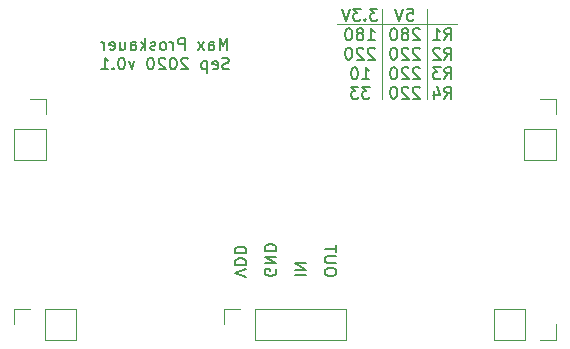
<source format=gbr>
G04 #@! TF.GenerationSoftware,KiCad,Pcbnew,(5.0.0)*
G04 #@! TF.CreationDate,2020-09-09T22:39:45-04:00*
G04 #@! TF.ProjectId,breadboard_midi,6272656164626F6172645F6D6964692E,rev?*
G04 #@! TF.SameCoordinates,Original*
G04 #@! TF.FileFunction,Legend,Bot*
G04 #@! TF.FilePolarity,Positive*
%FSLAX46Y46*%
G04 Gerber Fmt 4.6, Leading zero omitted, Abs format (unit mm)*
G04 Created by KiCad (PCBNEW (5.0.0)) date 09/09/20 22:39:45*
%MOMM*%
%LPD*%
G01*
G04 APERTURE LIST*
%ADD10C,0.150000*%
%ADD11C,0.120000*%
G04 APERTURE END LIST*
D10*
X152947619Y-109963928D02*
X152947619Y-109773452D01*
X152900000Y-109678214D01*
X152804761Y-109582976D01*
X152614285Y-109535357D01*
X152280952Y-109535357D01*
X152090476Y-109582976D01*
X151995238Y-109678214D01*
X151947619Y-109773452D01*
X151947619Y-109963928D01*
X151995238Y-110059166D01*
X152090476Y-110154404D01*
X152280952Y-110202023D01*
X152614285Y-110202023D01*
X152804761Y-110154404D01*
X152900000Y-110059166D01*
X152947619Y-109963928D01*
X152947619Y-109106785D02*
X152138095Y-109106785D01*
X152042857Y-109059166D01*
X151995238Y-109011547D01*
X151947619Y-108916309D01*
X151947619Y-108725833D01*
X151995238Y-108630595D01*
X152042857Y-108582976D01*
X152138095Y-108535357D01*
X152947619Y-108535357D01*
X152947619Y-108202023D02*
X152947619Y-107630595D01*
X151947619Y-107916309D02*
X152947619Y-107916309D01*
X149407619Y-110154404D02*
X150407619Y-110154404D01*
X149407619Y-109678214D02*
X150407619Y-109678214D01*
X149407619Y-109106785D01*
X150407619Y-109106785D01*
X147820000Y-109630595D02*
X147867619Y-109725833D01*
X147867619Y-109868690D01*
X147820000Y-110011547D01*
X147724761Y-110106785D01*
X147629523Y-110154404D01*
X147439047Y-110202023D01*
X147296190Y-110202023D01*
X147105714Y-110154404D01*
X147010476Y-110106785D01*
X146915238Y-110011547D01*
X146867619Y-109868690D01*
X146867619Y-109773452D01*
X146915238Y-109630595D01*
X146962857Y-109582976D01*
X147296190Y-109582976D01*
X147296190Y-109773452D01*
X146867619Y-109154404D02*
X147867619Y-109154404D01*
X146867619Y-108582976D01*
X147867619Y-108582976D01*
X146867619Y-108106785D02*
X147867619Y-108106785D01*
X147867619Y-107868690D01*
X147820000Y-107725833D01*
X147724761Y-107630595D01*
X147629523Y-107582976D01*
X147439047Y-107535357D01*
X147296190Y-107535357D01*
X147105714Y-107582976D01*
X147010476Y-107630595D01*
X146915238Y-107725833D01*
X146867619Y-107868690D01*
X146867619Y-108106785D01*
X145327619Y-110297261D02*
X144327619Y-109963928D01*
X145327619Y-109630595D01*
X144327619Y-109297261D02*
X145327619Y-109297261D01*
X145327619Y-109059166D01*
X145280000Y-108916309D01*
X145184761Y-108821071D01*
X145089523Y-108773452D01*
X144899047Y-108725833D01*
X144756190Y-108725833D01*
X144565714Y-108773452D01*
X144470476Y-108821071D01*
X144375238Y-108916309D01*
X144327619Y-109059166D01*
X144327619Y-109297261D01*
X144327619Y-108297261D02*
X145327619Y-108297261D01*
X145327619Y-108059166D01*
X145280000Y-107916309D01*
X145184761Y-107821071D01*
X145089523Y-107773452D01*
X144899047Y-107725833D01*
X144756190Y-107725833D01*
X144565714Y-107773452D01*
X144470476Y-107821071D01*
X144375238Y-107916309D01*
X144327619Y-108059166D01*
X144327619Y-108297261D01*
X143715714Y-91067380D02*
X143715714Y-90067380D01*
X143382380Y-90781666D01*
X143049047Y-90067380D01*
X143049047Y-91067380D01*
X142144285Y-91067380D02*
X142144285Y-90543571D01*
X142191904Y-90448333D01*
X142287142Y-90400714D01*
X142477619Y-90400714D01*
X142572857Y-90448333D01*
X142144285Y-91019761D02*
X142239523Y-91067380D01*
X142477619Y-91067380D01*
X142572857Y-91019761D01*
X142620476Y-90924523D01*
X142620476Y-90829285D01*
X142572857Y-90734047D01*
X142477619Y-90686428D01*
X142239523Y-90686428D01*
X142144285Y-90638809D01*
X141763333Y-91067380D02*
X141239523Y-90400714D01*
X141763333Y-90400714D02*
X141239523Y-91067380D01*
X140096666Y-91067380D02*
X140096666Y-90067380D01*
X139715714Y-90067380D01*
X139620476Y-90115000D01*
X139572857Y-90162619D01*
X139525238Y-90257857D01*
X139525238Y-90400714D01*
X139572857Y-90495952D01*
X139620476Y-90543571D01*
X139715714Y-90591190D01*
X140096666Y-90591190D01*
X139096666Y-91067380D02*
X139096666Y-90400714D01*
X139096666Y-90591190D02*
X139049047Y-90495952D01*
X139001428Y-90448333D01*
X138906190Y-90400714D01*
X138810952Y-90400714D01*
X138334761Y-91067380D02*
X138430000Y-91019761D01*
X138477619Y-90972142D01*
X138525238Y-90876904D01*
X138525238Y-90591190D01*
X138477619Y-90495952D01*
X138430000Y-90448333D01*
X138334761Y-90400714D01*
X138191904Y-90400714D01*
X138096666Y-90448333D01*
X138049047Y-90495952D01*
X138001428Y-90591190D01*
X138001428Y-90876904D01*
X138049047Y-90972142D01*
X138096666Y-91019761D01*
X138191904Y-91067380D01*
X138334761Y-91067380D01*
X137620476Y-91019761D02*
X137525238Y-91067380D01*
X137334761Y-91067380D01*
X137239523Y-91019761D01*
X137191904Y-90924523D01*
X137191904Y-90876904D01*
X137239523Y-90781666D01*
X137334761Y-90734047D01*
X137477619Y-90734047D01*
X137572857Y-90686428D01*
X137620476Y-90591190D01*
X137620476Y-90543571D01*
X137572857Y-90448333D01*
X137477619Y-90400714D01*
X137334761Y-90400714D01*
X137239523Y-90448333D01*
X136763333Y-91067380D02*
X136763333Y-90067380D01*
X136668095Y-90686428D02*
X136382380Y-91067380D01*
X136382380Y-90400714D02*
X136763333Y-90781666D01*
X135525238Y-91067380D02*
X135525238Y-90543571D01*
X135572857Y-90448333D01*
X135668095Y-90400714D01*
X135858571Y-90400714D01*
X135953809Y-90448333D01*
X135525238Y-91019761D02*
X135620476Y-91067380D01*
X135858571Y-91067380D01*
X135953809Y-91019761D01*
X136001428Y-90924523D01*
X136001428Y-90829285D01*
X135953809Y-90734047D01*
X135858571Y-90686428D01*
X135620476Y-90686428D01*
X135525238Y-90638809D01*
X134620476Y-90400714D02*
X134620476Y-91067380D01*
X135049047Y-90400714D02*
X135049047Y-90924523D01*
X135001428Y-91019761D01*
X134906190Y-91067380D01*
X134763333Y-91067380D01*
X134668095Y-91019761D01*
X134620476Y-90972142D01*
X133763333Y-91019761D02*
X133858571Y-91067380D01*
X134049047Y-91067380D01*
X134144285Y-91019761D01*
X134191904Y-90924523D01*
X134191904Y-90543571D01*
X134144285Y-90448333D01*
X134049047Y-90400714D01*
X133858571Y-90400714D01*
X133763333Y-90448333D01*
X133715714Y-90543571D01*
X133715714Y-90638809D01*
X134191904Y-90734047D01*
X133287142Y-91067380D02*
X133287142Y-90400714D01*
X133287142Y-90591190D02*
X133239523Y-90495952D01*
X133191904Y-90448333D01*
X133096666Y-90400714D01*
X133001428Y-90400714D01*
X143834761Y-92669761D02*
X143691904Y-92717380D01*
X143453809Y-92717380D01*
X143358571Y-92669761D01*
X143310952Y-92622142D01*
X143263333Y-92526904D01*
X143263333Y-92431666D01*
X143310952Y-92336428D01*
X143358571Y-92288809D01*
X143453809Y-92241190D01*
X143644285Y-92193571D01*
X143739523Y-92145952D01*
X143787142Y-92098333D01*
X143834761Y-92003095D01*
X143834761Y-91907857D01*
X143787142Y-91812619D01*
X143739523Y-91765000D01*
X143644285Y-91717380D01*
X143406190Y-91717380D01*
X143263333Y-91765000D01*
X142453809Y-92669761D02*
X142549047Y-92717380D01*
X142739523Y-92717380D01*
X142834761Y-92669761D01*
X142882380Y-92574523D01*
X142882380Y-92193571D01*
X142834761Y-92098333D01*
X142739523Y-92050714D01*
X142549047Y-92050714D01*
X142453809Y-92098333D01*
X142406190Y-92193571D01*
X142406190Y-92288809D01*
X142882380Y-92384047D01*
X141977619Y-92050714D02*
X141977619Y-93050714D01*
X141977619Y-92098333D02*
X141882380Y-92050714D01*
X141691904Y-92050714D01*
X141596666Y-92098333D01*
X141549047Y-92145952D01*
X141501428Y-92241190D01*
X141501428Y-92526904D01*
X141549047Y-92622142D01*
X141596666Y-92669761D01*
X141691904Y-92717380D01*
X141882380Y-92717380D01*
X141977619Y-92669761D01*
X140358571Y-91812619D02*
X140310952Y-91765000D01*
X140215714Y-91717380D01*
X139977619Y-91717380D01*
X139882380Y-91765000D01*
X139834761Y-91812619D01*
X139787142Y-91907857D01*
X139787142Y-92003095D01*
X139834761Y-92145952D01*
X140406190Y-92717380D01*
X139787142Y-92717380D01*
X139168095Y-91717380D02*
X139072857Y-91717380D01*
X138977619Y-91765000D01*
X138930000Y-91812619D01*
X138882380Y-91907857D01*
X138834761Y-92098333D01*
X138834761Y-92336428D01*
X138882380Y-92526904D01*
X138930000Y-92622142D01*
X138977619Y-92669761D01*
X139072857Y-92717380D01*
X139168095Y-92717380D01*
X139263333Y-92669761D01*
X139310952Y-92622142D01*
X139358571Y-92526904D01*
X139406190Y-92336428D01*
X139406190Y-92098333D01*
X139358571Y-91907857D01*
X139310952Y-91812619D01*
X139263333Y-91765000D01*
X139168095Y-91717380D01*
X138453809Y-91812619D02*
X138406190Y-91765000D01*
X138310952Y-91717380D01*
X138072857Y-91717380D01*
X137977619Y-91765000D01*
X137930000Y-91812619D01*
X137882380Y-91907857D01*
X137882380Y-92003095D01*
X137930000Y-92145952D01*
X138501428Y-92717380D01*
X137882380Y-92717380D01*
X137263333Y-91717380D02*
X137168095Y-91717380D01*
X137072857Y-91765000D01*
X137025238Y-91812619D01*
X136977619Y-91907857D01*
X136930000Y-92098333D01*
X136930000Y-92336428D01*
X136977619Y-92526904D01*
X137025238Y-92622142D01*
X137072857Y-92669761D01*
X137168095Y-92717380D01*
X137263333Y-92717380D01*
X137358571Y-92669761D01*
X137406190Y-92622142D01*
X137453809Y-92526904D01*
X137501428Y-92336428D01*
X137501428Y-92098333D01*
X137453809Y-91907857D01*
X137406190Y-91812619D01*
X137358571Y-91765000D01*
X137263333Y-91717380D01*
X135834761Y-92050714D02*
X135596666Y-92717380D01*
X135358571Y-92050714D01*
X134787142Y-91717380D02*
X134691904Y-91717380D01*
X134596666Y-91765000D01*
X134549047Y-91812619D01*
X134501428Y-91907857D01*
X134453809Y-92098333D01*
X134453809Y-92336428D01*
X134501428Y-92526904D01*
X134549047Y-92622142D01*
X134596666Y-92669761D01*
X134691904Y-92717380D01*
X134787142Y-92717380D01*
X134882380Y-92669761D01*
X134930000Y-92622142D01*
X134977619Y-92526904D01*
X135025238Y-92336428D01*
X135025238Y-92098333D01*
X134977619Y-91907857D01*
X134930000Y-91812619D01*
X134882380Y-91765000D01*
X134787142Y-91717380D01*
X134025238Y-92622142D02*
X133977619Y-92669761D01*
X134025238Y-92717380D01*
X134072857Y-92669761D01*
X134025238Y-92622142D01*
X134025238Y-92717380D01*
X133025238Y-92717380D02*
X133596666Y-92717380D01*
X133310952Y-92717380D02*
X133310952Y-91717380D01*
X133406190Y-91860238D01*
X133501428Y-91955476D01*
X133596666Y-92003095D01*
D11*
X156845000Y-87630000D02*
X156845000Y-95250000D01*
X160655000Y-95250000D02*
X160655000Y-87630000D01*
X153035000Y-88900000D02*
X163195000Y-88900000D01*
D10*
X156416190Y-87592380D02*
X155797142Y-87592380D01*
X156130476Y-87973333D01*
X155987619Y-87973333D01*
X155892380Y-88020952D01*
X155844761Y-88068571D01*
X155797142Y-88163809D01*
X155797142Y-88401904D01*
X155844761Y-88497142D01*
X155892380Y-88544761D01*
X155987619Y-88592380D01*
X156273333Y-88592380D01*
X156368571Y-88544761D01*
X156416190Y-88497142D01*
X155368571Y-88497142D02*
X155320952Y-88544761D01*
X155368571Y-88592380D01*
X155416190Y-88544761D01*
X155368571Y-88497142D01*
X155368571Y-88592380D01*
X154987619Y-87592380D02*
X154368571Y-87592380D01*
X154701904Y-87973333D01*
X154559047Y-87973333D01*
X154463809Y-88020952D01*
X154416190Y-88068571D01*
X154368571Y-88163809D01*
X154368571Y-88401904D01*
X154416190Y-88497142D01*
X154463809Y-88544761D01*
X154559047Y-88592380D01*
X154844761Y-88592380D01*
X154940000Y-88544761D01*
X154987619Y-88497142D01*
X154082857Y-87592380D02*
X153749523Y-88592380D01*
X153416190Y-87592380D01*
X155606666Y-90242380D02*
X156178095Y-90242380D01*
X155892380Y-90242380D02*
X155892380Y-89242380D01*
X155987619Y-89385238D01*
X156082857Y-89480476D01*
X156178095Y-89528095D01*
X155035238Y-89670952D02*
X155130476Y-89623333D01*
X155178095Y-89575714D01*
X155225714Y-89480476D01*
X155225714Y-89432857D01*
X155178095Y-89337619D01*
X155130476Y-89290000D01*
X155035238Y-89242380D01*
X154844761Y-89242380D01*
X154749523Y-89290000D01*
X154701904Y-89337619D01*
X154654285Y-89432857D01*
X154654285Y-89480476D01*
X154701904Y-89575714D01*
X154749523Y-89623333D01*
X154844761Y-89670952D01*
X155035238Y-89670952D01*
X155130476Y-89718571D01*
X155178095Y-89766190D01*
X155225714Y-89861428D01*
X155225714Y-90051904D01*
X155178095Y-90147142D01*
X155130476Y-90194761D01*
X155035238Y-90242380D01*
X154844761Y-90242380D01*
X154749523Y-90194761D01*
X154701904Y-90147142D01*
X154654285Y-90051904D01*
X154654285Y-89861428D01*
X154701904Y-89766190D01*
X154749523Y-89718571D01*
X154844761Y-89670952D01*
X154035238Y-89242380D02*
X153940000Y-89242380D01*
X153844761Y-89290000D01*
X153797142Y-89337619D01*
X153749523Y-89432857D01*
X153701904Y-89623333D01*
X153701904Y-89861428D01*
X153749523Y-90051904D01*
X153797142Y-90147142D01*
X153844761Y-90194761D01*
X153940000Y-90242380D01*
X154035238Y-90242380D01*
X154130476Y-90194761D01*
X154178095Y-90147142D01*
X154225714Y-90051904D01*
X154273333Y-89861428D01*
X154273333Y-89623333D01*
X154225714Y-89432857D01*
X154178095Y-89337619D01*
X154130476Y-89290000D01*
X154035238Y-89242380D01*
X156178095Y-90987619D02*
X156130476Y-90940000D01*
X156035238Y-90892380D01*
X155797142Y-90892380D01*
X155701904Y-90940000D01*
X155654285Y-90987619D01*
X155606666Y-91082857D01*
X155606666Y-91178095D01*
X155654285Y-91320952D01*
X156225714Y-91892380D01*
X155606666Y-91892380D01*
X155225714Y-90987619D02*
X155178095Y-90940000D01*
X155082857Y-90892380D01*
X154844761Y-90892380D01*
X154749523Y-90940000D01*
X154701904Y-90987619D01*
X154654285Y-91082857D01*
X154654285Y-91178095D01*
X154701904Y-91320952D01*
X155273333Y-91892380D01*
X154654285Y-91892380D01*
X154035238Y-90892380D02*
X153940000Y-90892380D01*
X153844761Y-90940000D01*
X153797142Y-90987619D01*
X153749523Y-91082857D01*
X153701904Y-91273333D01*
X153701904Y-91511428D01*
X153749523Y-91701904D01*
X153797142Y-91797142D01*
X153844761Y-91844761D01*
X153940000Y-91892380D01*
X154035238Y-91892380D01*
X154130476Y-91844761D01*
X154178095Y-91797142D01*
X154225714Y-91701904D01*
X154273333Y-91511428D01*
X154273333Y-91273333D01*
X154225714Y-91082857D01*
X154178095Y-90987619D01*
X154130476Y-90940000D01*
X154035238Y-90892380D01*
X155130476Y-93542380D02*
X155701904Y-93542380D01*
X155416190Y-93542380D02*
X155416190Y-92542380D01*
X155511428Y-92685238D01*
X155606666Y-92780476D01*
X155701904Y-92828095D01*
X154511428Y-92542380D02*
X154416190Y-92542380D01*
X154320952Y-92590000D01*
X154273333Y-92637619D01*
X154225714Y-92732857D01*
X154178095Y-92923333D01*
X154178095Y-93161428D01*
X154225714Y-93351904D01*
X154273333Y-93447142D01*
X154320952Y-93494761D01*
X154416190Y-93542380D01*
X154511428Y-93542380D01*
X154606666Y-93494761D01*
X154654285Y-93447142D01*
X154701904Y-93351904D01*
X154749523Y-93161428D01*
X154749523Y-92923333D01*
X154701904Y-92732857D01*
X154654285Y-92637619D01*
X154606666Y-92590000D01*
X154511428Y-92542380D01*
X155749523Y-94192380D02*
X155130476Y-94192380D01*
X155463809Y-94573333D01*
X155320952Y-94573333D01*
X155225714Y-94620952D01*
X155178095Y-94668571D01*
X155130476Y-94763809D01*
X155130476Y-95001904D01*
X155178095Y-95097142D01*
X155225714Y-95144761D01*
X155320952Y-95192380D01*
X155606666Y-95192380D01*
X155701904Y-95144761D01*
X155749523Y-95097142D01*
X154797142Y-94192380D02*
X154178095Y-94192380D01*
X154511428Y-94573333D01*
X154368571Y-94573333D01*
X154273333Y-94620952D01*
X154225714Y-94668571D01*
X154178095Y-94763809D01*
X154178095Y-95001904D01*
X154225714Y-95097142D01*
X154273333Y-95144761D01*
X154368571Y-95192380D01*
X154654285Y-95192380D01*
X154749523Y-95144761D01*
X154797142Y-95097142D01*
X158940476Y-87592380D02*
X159416666Y-87592380D01*
X159464285Y-88068571D01*
X159416666Y-88020952D01*
X159321428Y-87973333D01*
X159083333Y-87973333D01*
X158988095Y-88020952D01*
X158940476Y-88068571D01*
X158892857Y-88163809D01*
X158892857Y-88401904D01*
X158940476Y-88497142D01*
X158988095Y-88544761D01*
X159083333Y-88592380D01*
X159321428Y-88592380D01*
X159416666Y-88544761D01*
X159464285Y-88497142D01*
X158607142Y-87592380D02*
X158273809Y-88592380D01*
X157940476Y-87592380D01*
X159988095Y-89337619D02*
X159940476Y-89290000D01*
X159845238Y-89242380D01*
X159607142Y-89242380D01*
X159511904Y-89290000D01*
X159464285Y-89337619D01*
X159416666Y-89432857D01*
X159416666Y-89528095D01*
X159464285Y-89670952D01*
X160035714Y-90242380D01*
X159416666Y-90242380D01*
X158845238Y-89670952D02*
X158940476Y-89623333D01*
X158988095Y-89575714D01*
X159035714Y-89480476D01*
X159035714Y-89432857D01*
X158988095Y-89337619D01*
X158940476Y-89290000D01*
X158845238Y-89242380D01*
X158654761Y-89242380D01*
X158559523Y-89290000D01*
X158511904Y-89337619D01*
X158464285Y-89432857D01*
X158464285Y-89480476D01*
X158511904Y-89575714D01*
X158559523Y-89623333D01*
X158654761Y-89670952D01*
X158845238Y-89670952D01*
X158940476Y-89718571D01*
X158988095Y-89766190D01*
X159035714Y-89861428D01*
X159035714Y-90051904D01*
X158988095Y-90147142D01*
X158940476Y-90194761D01*
X158845238Y-90242380D01*
X158654761Y-90242380D01*
X158559523Y-90194761D01*
X158511904Y-90147142D01*
X158464285Y-90051904D01*
X158464285Y-89861428D01*
X158511904Y-89766190D01*
X158559523Y-89718571D01*
X158654761Y-89670952D01*
X157845238Y-89242380D02*
X157750000Y-89242380D01*
X157654761Y-89290000D01*
X157607142Y-89337619D01*
X157559523Y-89432857D01*
X157511904Y-89623333D01*
X157511904Y-89861428D01*
X157559523Y-90051904D01*
X157607142Y-90147142D01*
X157654761Y-90194761D01*
X157750000Y-90242380D01*
X157845238Y-90242380D01*
X157940476Y-90194761D01*
X157988095Y-90147142D01*
X158035714Y-90051904D01*
X158083333Y-89861428D01*
X158083333Y-89623333D01*
X158035714Y-89432857D01*
X157988095Y-89337619D01*
X157940476Y-89290000D01*
X157845238Y-89242380D01*
X159988095Y-90987619D02*
X159940476Y-90940000D01*
X159845238Y-90892380D01*
X159607142Y-90892380D01*
X159511904Y-90940000D01*
X159464285Y-90987619D01*
X159416666Y-91082857D01*
X159416666Y-91178095D01*
X159464285Y-91320952D01*
X160035714Y-91892380D01*
X159416666Y-91892380D01*
X159035714Y-90987619D02*
X158988095Y-90940000D01*
X158892857Y-90892380D01*
X158654761Y-90892380D01*
X158559523Y-90940000D01*
X158511904Y-90987619D01*
X158464285Y-91082857D01*
X158464285Y-91178095D01*
X158511904Y-91320952D01*
X159083333Y-91892380D01*
X158464285Y-91892380D01*
X157845238Y-90892380D02*
X157750000Y-90892380D01*
X157654761Y-90940000D01*
X157607142Y-90987619D01*
X157559523Y-91082857D01*
X157511904Y-91273333D01*
X157511904Y-91511428D01*
X157559523Y-91701904D01*
X157607142Y-91797142D01*
X157654761Y-91844761D01*
X157750000Y-91892380D01*
X157845238Y-91892380D01*
X157940476Y-91844761D01*
X157988095Y-91797142D01*
X158035714Y-91701904D01*
X158083333Y-91511428D01*
X158083333Y-91273333D01*
X158035714Y-91082857D01*
X157988095Y-90987619D01*
X157940476Y-90940000D01*
X157845238Y-90892380D01*
X159988095Y-92637619D02*
X159940476Y-92590000D01*
X159845238Y-92542380D01*
X159607142Y-92542380D01*
X159511904Y-92590000D01*
X159464285Y-92637619D01*
X159416666Y-92732857D01*
X159416666Y-92828095D01*
X159464285Y-92970952D01*
X160035714Y-93542380D01*
X159416666Y-93542380D01*
X159035714Y-92637619D02*
X158988095Y-92590000D01*
X158892857Y-92542380D01*
X158654761Y-92542380D01*
X158559523Y-92590000D01*
X158511904Y-92637619D01*
X158464285Y-92732857D01*
X158464285Y-92828095D01*
X158511904Y-92970952D01*
X159083333Y-93542380D01*
X158464285Y-93542380D01*
X157845238Y-92542380D02*
X157750000Y-92542380D01*
X157654761Y-92590000D01*
X157607142Y-92637619D01*
X157559523Y-92732857D01*
X157511904Y-92923333D01*
X157511904Y-93161428D01*
X157559523Y-93351904D01*
X157607142Y-93447142D01*
X157654761Y-93494761D01*
X157750000Y-93542380D01*
X157845238Y-93542380D01*
X157940476Y-93494761D01*
X157988095Y-93447142D01*
X158035714Y-93351904D01*
X158083333Y-93161428D01*
X158083333Y-92923333D01*
X158035714Y-92732857D01*
X157988095Y-92637619D01*
X157940476Y-92590000D01*
X157845238Y-92542380D01*
X159988095Y-94287619D02*
X159940476Y-94240000D01*
X159845238Y-94192380D01*
X159607142Y-94192380D01*
X159511904Y-94240000D01*
X159464285Y-94287619D01*
X159416666Y-94382857D01*
X159416666Y-94478095D01*
X159464285Y-94620952D01*
X160035714Y-95192380D01*
X159416666Y-95192380D01*
X159035714Y-94287619D02*
X158988095Y-94240000D01*
X158892857Y-94192380D01*
X158654761Y-94192380D01*
X158559523Y-94240000D01*
X158511904Y-94287619D01*
X158464285Y-94382857D01*
X158464285Y-94478095D01*
X158511904Y-94620952D01*
X159083333Y-95192380D01*
X158464285Y-95192380D01*
X157845238Y-94192380D02*
X157750000Y-94192380D01*
X157654761Y-94240000D01*
X157607142Y-94287619D01*
X157559523Y-94382857D01*
X157511904Y-94573333D01*
X157511904Y-94811428D01*
X157559523Y-95001904D01*
X157607142Y-95097142D01*
X157654761Y-95144761D01*
X157750000Y-95192380D01*
X157845238Y-95192380D01*
X157940476Y-95144761D01*
X157988095Y-95097142D01*
X158035714Y-95001904D01*
X158083333Y-94811428D01*
X158083333Y-94573333D01*
X158035714Y-94382857D01*
X157988095Y-94287619D01*
X157940476Y-94240000D01*
X157845238Y-94192380D01*
X162091666Y-90242380D02*
X162425000Y-89766190D01*
X162663095Y-90242380D02*
X162663095Y-89242380D01*
X162282142Y-89242380D01*
X162186904Y-89290000D01*
X162139285Y-89337619D01*
X162091666Y-89432857D01*
X162091666Y-89575714D01*
X162139285Y-89670952D01*
X162186904Y-89718571D01*
X162282142Y-89766190D01*
X162663095Y-89766190D01*
X161139285Y-90242380D02*
X161710714Y-90242380D01*
X161425000Y-90242380D02*
X161425000Y-89242380D01*
X161520238Y-89385238D01*
X161615476Y-89480476D01*
X161710714Y-89528095D01*
X162091666Y-91892380D02*
X162425000Y-91416190D01*
X162663095Y-91892380D02*
X162663095Y-90892380D01*
X162282142Y-90892380D01*
X162186904Y-90940000D01*
X162139285Y-90987619D01*
X162091666Y-91082857D01*
X162091666Y-91225714D01*
X162139285Y-91320952D01*
X162186904Y-91368571D01*
X162282142Y-91416190D01*
X162663095Y-91416190D01*
X161710714Y-90987619D02*
X161663095Y-90940000D01*
X161567857Y-90892380D01*
X161329761Y-90892380D01*
X161234523Y-90940000D01*
X161186904Y-90987619D01*
X161139285Y-91082857D01*
X161139285Y-91178095D01*
X161186904Y-91320952D01*
X161758333Y-91892380D01*
X161139285Y-91892380D01*
X162091666Y-93542380D02*
X162425000Y-93066190D01*
X162663095Y-93542380D02*
X162663095Y-92542380D01*
X162282142Y-92542380D01*
X162186904Y-92590000D01*
X162139285Y-92637619D01*
X162091666Y-92732857D01*
X162091666Y-92875714D01*
X162139285Y-92970952D01*
X162186904Y-93018571D01*
X162282142Y-93066190D01*
X162663095Y-93066190D01*
X161758333Y-92542380D02*
X161139285Y-92542380D01*
X161472619Y-92923333D01*
X161329761Y-92923333D01*
X161234523Y-92970952D01*
X161186904Y-93018571D01*
X161139285Y-93113809D01*
X161139285Y-93351904D01*
X161186904Y-93447142D01*
X161234523Y-93494761D01*
X161329761Y-93542380D01*
X161615476Y-93542380D01*
X161710714Y-93494761D01*
X161758333Y-93447142D01*
X162091666Y-95192380D02*
X162425000Y-94716190D01*
X162663095Y-95192380D02*
X162663095Y-94192380D01*
X162282142Y-94192380D01*
X162186904Y-94240000D01*
X162139285Y-94287619D01*
X162091666Y-94382857D01*
X162091666Y-94525714D01*
X162139285Y-94620952D01*
X162186904Y-94668571D01*
X162282142Y-94716190D01*
X162663095Y-94716190D01*
X161234523Y-94525714D02*
X161234523Y-95192380D01*
X161472619Y-94144761D02*
X161710714Y-94859047D01*
X161091666Y-94859047D01*
D11*
G04 #@! TO.C,REF\002A\002A*
X125670000Y-112970000D02*
X125670000Y-114300000D01*
X127000000Y-112970000D02*
X125670000Y-112970000D01*
X128270000Y-112970000D02*
X128270000Y-115630000D01*
X128270000Y-115630000D02*
X130870000Y-115630000D01*
X128270000Y-112970000D02*
X130870000Y-112970000D01*
X130870000Y-112970000D02*
X130870000Y-115630000D01*
X128330000Y-100390000D02*
X125670000Y-100390000D01*
X128330000Y-97790000D02*
X128330000Y-100390000D01*
X125670000Y-97790000D02*
X125670000Y-100390000D01*
X128330000Y-97790000D02*
X125670000Y-97790000D01*
X128330000Y-96520000D02*
X128330000Y-95190000D01*
X128330000Y-95190000D02*
X127000000Y-95190000D01*
X166310000Y-115630000D02*
X166310000Y-112970000D01*
X168910000Y-115630000D02*
X166310000Y-115630000D01*
X168910000Y-112970000D02*
X166310000Y-112970000D01*
X168910000Y-115630000D02*
X168910000Y-112970000D01*
X170180000Y-115630000D02*
X171510000Y-115630000D01*
X171510000Y-115630000D02*
X171510000Y-114300000D01*
X171510000Y-95190000D02*
X170180000Y-95190000D01*
X171510000Y-96520000D02*
X171510000Y-95190000D01*
X171510000Y-97790000D02*
X168850000Y-97790000D01*
X168850000Y-97790000D02*
X168850000Y-100390000D01*
X171510000Y-97790000D02*
X171510000Y-100390000D01*
X171510000Y-100390000D02*
X168850000Y-100390000D01*
G04 #@! TO.C,J3*
X143450000Y-112970000D02*
X143450000Y-114300000D01*
X144780000Y-112970000D02*
X143450000Y-112970000D01*
X146050000Y-112970000D02*
X146050000Y-115630000D01*
X146050000Y-115630000D02*
X153730000Y-115630000D01*
X146050000Y-112970000D02*
X153730000Y-112970000D01*
X153730000Y-112970000D02*
X153730000Y-115630000D01*
G04 #@! TD*
M02*

</source>
